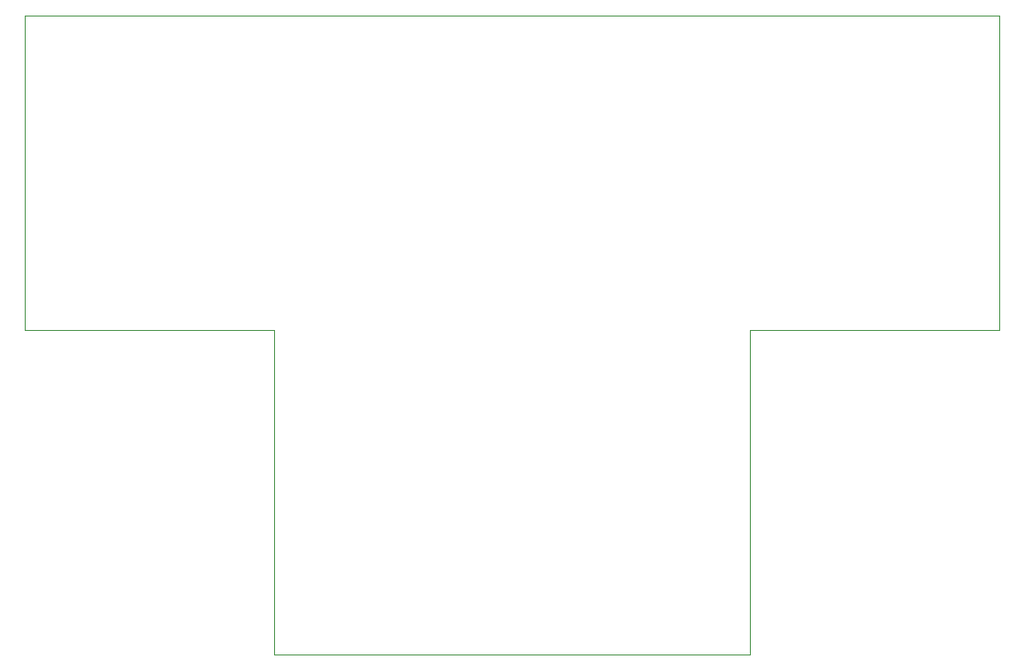
<source format=gm1>
G04 #@! TF.GenerationSoftware,KiCad,Pcbnew,8.0.4*
G04 #@! TF.CreationDate,2025-03-28T18:04:36-04:00*
G04 #@! TF.ProjectId,ballsi,62616c6c-7369-42e6-9b69-6361645f7063,rev?*
G04 #@! TF.SameCoordinates,Original*
G04 #@! TF.FileFunction,Profile,NP*
%FSLAX46Y46*%
G04 Gerber Fmt 4.6, Leading zero omitted, Abs format (unit mm)*
G04 Created by KiCad (PCBNEW 8.0.4) date 2025-03-28 18:04:36*
%MOMM*%
%LPD*%
G01*
G04 APERTURE LIST*
G04 #@! TA.AperFunction,Profile*
%ADD10C,0.050000*%
G04 #@! TD*
G04 APERTURE END LIST*
D10*
X150500000Y-79000000D02*
X150500000Y-50000000D01*
X173500000Y-79000000D02*
X150500000Y-79000000D01*
X173500000Y-109000000D02*
X173500000Y-79000000D01*
X217500000Y-109000000D02*
X173500000Y-109000000D01*
X217500000Y-79000000D02*
X217500000Y-109000000D01*
X240500000Y-79000000D02*
X217500000Y-79000000D01*
X240500000Y-50000000D02*
X240500000Y-79000000D01*
X150500000Y-50000000D02*
X240500000Y-50000000D01*
M02*

</source>
